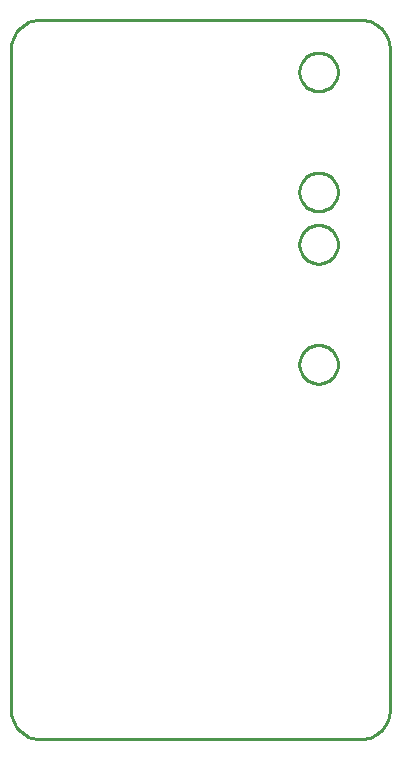
<source format=gbr>
G04 EAGLE Gerber RS-274X export*
G75*
%MOIN*%
%FSLAX34Y34*%
%LPD*%
%IN*%
%IPPOS*%
%AMOC8*
5,1,8,0,0,1.08239X$1,22.5*%
G01*
%ADD10C,0.010000*%


D10*
X21250Y9000D02*
X21254Y8913D01*
X21265Y8826D01*
X21284Y8741D01*
X21310Y8658D01*
X21344Y8577D01*
X21384Y8500D01*
X21431Y8426D01*
X21484Y8357D01*
X21543Y8293D01*
X21607Y8234D01*
X21676Y8181D01*
X21750Y8134D01*
X21827Y8094D01*
X21908Y8060D01*
X21991Y8034D01*
X22076Y8015D01*
X22163Y8004D01*
X22250Y8000D01*
X32870Y8000D01*
X32957Y8004D01*
X33044Y8015D01*
X33129Y8034D01*
X33212Y8060D01*
X33293Y8094D01*
X33370Y8134D01*
X33444Y8181D01*
X33513Y8234D01*
X33577Y8293D01*
X33636Y8357D01*
X33689Y8426D01*
X33736Y8500D01*
X33776Y8577D01*
X33810Y8658D01*
X33836Y8741D01*
X33855Y8826D01*
X33866Y8913D01*
X33870Y9000D01*
X33870Y30996D01*
X33866Y31083D01*
X33855Y31170D01*
X33836Y31255D01*
X33810Y31338D01*
X33776Y31419D01*
X33736Y31496D01*
X33689Y31570D01*
X33636Y31639D01*
X33577Y31703D01*
X33513Y31762D01*
X33444Y31815D01*
X33370Y31862D01*
X33293Y31902D01*
X33212Y31936D01*
X33129Y31962D01*
X33044Y31981D01*
X32957Y31992D01*
X32870Y31996D01*
X22250Y31996D01*
X22163Y31992D01*
X22076Y31981D01*
X21991Y31962D01*
X21908Y31936D01*
X21827Y31902D01*
X21750Y31862D01*
X21676Y31815D01*
X21607Y31762D01*
X21543Y31703D01*
X21484Y31639D01*
X21431Y31570D01*
X21384Y31496D01*
X21344Y31419D01*
X21310Y31338D01*
X21284Y31255D01*
X21265Y31170D01*
X21254Y31083D01*
X21250Y30996D01*
X21250Y9000D01*
X31521Y26890D02*
X31563Y26887D01*
X31604Y26882D01*
X31645Y26874D01*
X31686Y26863D01*
X31726Y26849D01*
X31764Y26833D01*
X31802Y26815D01*
X31838Y26794D01*
X31873Y26771D01*
X31906Y26745D01*
X31938Y26717D01*
X31967Y26688D01*
X31995Y26656D01*
X32021Y26623D01*
X32044Y26588D01*
X32065Y26552D01*
X32083Y26514D01*
X32099Y26476D01*
X32113Y26436D01*
X32124Y26395D01*
X32132Y26354D01*
X32137Y26313D01*
X32140Y26271D01*
X32140Y26229D01*
X32137Y26187D01*
X32132Y26146D01*
X32124Y26105D01*
X32113Y26064D01*
X32099Y26024D01*
X32083Y25986D01*
X32065Y25948D01*
X32044Y25912D01*
X32021Y25877D01*
X31995Y25844D01*
X31967Y25812D01*
X31938Y25783D01*
X31906Y25755D01*
X31873Y25729D01*
X31838Y25706D01*
X31802Y25685D01*
X31764Y25667D01*
X31726Y25651D01*
X31686Y25637D01*
X31645Y25626D01*
X31604Y25618D01*
X31563Y25613D01*
X31521Y25610D01*
X31479Y25610D01*
X31437Y25613D01*
X31396Y25618D01*
X31355Y25626D01*
X31314Y25637D01*
X31274Y25651D01*
X31236Y25667D01*
X31198Y25685D01*
X31162Y25706D01*
X31127Y25729D01*
X31094Y25755D01*
X31062Y25783D01*
X31033Y25812D01*
X31005Y25844D01*
X30979Y25877D01*
X30956Y25912D01*
X30935Y25948D01*
X30917Y25986D01*
X30901Y26024D01*
X30887Y26064D01*
X30876Y26105D01*
X30868Y26146D01*
X30863Y26187D01*
X30860Y26229D01*
X30860Y26271D01*
X30863Y26313D01*
X30868Y26354D01*
X30876Y26395D01*
X30887Y26436D01*
X30901Y26476D01*
X30917Y26514D01*
X30935Y26552D01*
X30956Y26588D01*
X30979Y26623D01*
X31005Y26656D01*
X31033Y26688D01*
X31062Y26717D01*
X31094Y26745D01*
X31127Y26771D01*
X31162Y26794D01*
X31198Y26815D01*
X31236Y26833D01*
X31274Y26849D01*
X31314Y26863D01*
X31355Y26874D01*
X31396Y26882D01*
X31437Y26887D01*
X31479Y26890D01*
X31521Y26890D01*
X31521Y30890D02*
X31563Y30887D01*
X31604Y30882D01*
X31645Y30874D01*
X31686Y30863D01*
X31726Y30849D01*
X31764Y30833D01*
X31802Y30815D01*
X31838Y30794D01*
X31873Y30771D01*
X31906Y30745D01*
X31938Y30717D01*
X31967Y30688D01*
X31995Y30656D01*
X32021Y30623D01*
X32044Y30588D01*
X32065Y30552D01*
X32083Y30514D01*
X32099Y30476D01*
X32113Y30436D01*
X32124Y30395D01*
X32132Y30354D01*
X32137Y30313D01*
X32140Y30271D01*
X32140Y30229D01*
X32137Y30187D01*
X32132Y30146D01*
X32124Y30105D01*
X32113Y30064D01*
X32099Y30024D01*
X32083Y29986D01*
X32065Y29948D01*
X32044Y29912D01*
X32021Y29877D01*
X31995Y29844D01*
X31967Y29812D01*
X31938Y29783D01*
X31906Y29755D01*
X31873Y29729D01*
X31838Y29706D01*
X31802Y29685D01*
X31764Y29667D01*
X31726Y29651D01*
X31686Y29637D01*
X31645Y29626D01*
X31604Y29618D01*
X31563Y29613D01*
X31521Y29610D01*
X31479Y29610D01*
X31437Y29613D01*
X31396Y29618D01*
X31355Y29626D01*
X31314Y29637D01*
X31274Y29651D01*
X31236Y29667D01*
X31198Y29685D01*
X31162Y29706D01*
X31127Y29729D01*
X31094Y29755D01*
X31062Y29783D01*
X31033Y29812D01*
X31005Y29844D01*
X30979Y29877D01*
X30956Y29912D01*
X30935Y29948D01*
X30917Y29986D01*
X30901Y30024D01*
X30887Y30064D01*
X30876Y30105D01*
X30868Y30146D01*
X30863Y30187D01*
X30860Y30229D01*
X30860Y30271D01*
X30863Y30313D01*
X30868Y30354D01*
X30876Y30395D01*
X30887Y30436D01*
X30901Y30476D01*
X30917Y30514D01*
X30935Y30552D01*
X30956Y30588D01*
X30979Y30623D01*
X31005Y30656D01*
X31033Y30688D01*
X31062Y30717D01*
X31094Y30745D01*
X31127Y30771D01*
X31162Y30794D01*
X31198Y30815D01*
X31236Y30833D01*
X31274Y30849D01*
X31314Y30863D01*
X31355Y30874D01*
X31396Y30882D01*
X31437Y30887D01*
X31479Y30890D01*
X31521Y30890D01*
X31521Y21140D02*
X31563Y21137D01*
X31604Y21132D01*
X31645Y21124D01*
X31686Y21113D01*
X31726Y21099D01*
X31764Y21083D01*
X31802Y21065D01*
X31838Y21044D01*
X31873Y21021D01*
X31906Y20995D01*
X31938Y20967D01*
X31967Y20938D01*
X31995Y20906D01*
X32021Y20873D01*
X32044Y20838D01*
X32065Y20802D01*
X32083Y20764D01*
X32099Y20726D01*
X32113Y20686D01*
X32124Y20645D01*
X32132Y20604D01*
X32137Y20563D01*
X32140Y20521D01*
X32140Y20479D01*
X32137Y20437D01*
X32132Y20396D01*
X32124Y20355D01*
X32113Y20314D01*
X32099Y20274D01*
X32083Y20236D01*
X32065Y20198D01*
X32044Y20162D01*
X32021Y20127D01*
X31995Y20094D01*
X31967Y20062D01*
X31938Y20033D01*
X31906Y20005D01*
X31873Y19979D01*
X31838Y19956D01*
X31802Y19935D01*
X31764Y19917D01*
X31726Y19901D01*
X31686Y19887D01*
X31645Y19876D01*
X31604Y19868D01*
X31563Y19863D01*
X31521Y19860D01*
X31479Y19860D01*
X31437Y19863D01*
X31396Y19868D01*
X31355Y19876D01*
X31314Y19887D01*
X31274Y19901D01*
X31236Y19917D01*
X31198Y19935D01*
X31162Y19956D01*
X31127Y19979D01*
X31094Y20005D01*
X31062Y20033D01*
X31033Y20062D01*
X31005Y20094D01*
X30979Y20127D01*
X30956Y20162D01*
X30935Y20198D01*
X30917Y20236D01*
X30901Y20274D01*
X30887Y20314D01*
X30876Y20355D01*
X30868Y20396D01*
X30863Y20437D01*
X30860Y20479D01*
X30860Y20521D01*
X30863Y20563D01*
X30868Y20604D01*
X30876Y20645D01*
X30887Y20686D01*
X30901Y20726D01*
X30917Y20764D01*
X30935Y20802D01*
X30956Y20838D01*
X30979Y20873D01*
X31005Y20906D01*
X31033Y20938D01*
X31062Y20967D01*
X31094Y20995D01*
X31127Y21021D01*
X31162Y21044D01*
X31198Y21065D01*
X31236Y21083D01*
X31274Y21099D01*
X31314Y21113D01*
X31355Y21124D01*
X31396Y21132D01*
X31437Y21137D01*
X31479Y21140D01*
X31521Y21140D01*
X31521Y25140D02*
X31563Y25137D01*
X31604Y25132D01*
X31645Y25124D01*
X31686Y25113D01*
X31726Y25099D01*
X31764Y25083D01*
X31802Y25065D01*
X31838Y25044D01*
X31873Y25021D01*
X31906Y24995D01*
X31938Y24967D01*
X31967Y24938D01*
X31995Y24906D01*
X32021Y24873D01*
X32044Y24838D01*
X32065Y24802D01*
X32083Y24764D01*
X32099Y24726D01*
X32113Y24686D01*
X32124Y24645D01*
X32132Y24604D01*
X32137Y24563D01*
X32140Y24521D01*
X32140Y24479D01*
X32137Y24437D01*
X32132Y24396D01*
X32124Y24355D01*
X32113Y24314D01*
X32099Y24274D01*
X32083Y24236D01*
X32065Y24198D01*
X32044Y24162D01*
X32021Y24127D01*
X31995Y24094D01*
X31967Y24062D01*
X31938Y24033D01*
X31906Y24005D01*
X31873Y23979D01*
X31838Y23956D01*
X31802Y23935D01*
X31764Y23917D01*
X31726Y23901D01*
X31686Y23887D01*
X31645Y23876D01*
X31604Y23868D01*
X31563Y23863D01*
X31521Y23860D01*
X31479Y23860D01*
X31437Y23863D01*
X31396Y23868D01*
X31355Y23876D01*
X31314Y23887D01*
X31274Y23901D01*
X31236Y23917D01*
X31198Y23935D01*
X31162Y23956D01*
X31127Y23979D01*
X31094Y24005D01*
X31062Y24033D01*
X31033Y24062D01*
X31005Y24094D01*
X30979Y24127D01*
X30956Y24162D01*
X30935Y24198D01*
X30917Y24236D01*
X30901Y24274D01*
X30887Y24314D01*
X30876Y24355D01*
X30868Y24396D01*
X30863Y24437D01*
X30860Y24479D01*
X30860Y24521D01*
X30863Y24563D01*
X30868Y24604D01*
X30876Y24645D01*
X30887Y24686D01*
X30901Y24726D01*
X30917Y24764D01*
X30935Y24802D01*
X30956Y24838D01*
X30979Y24873D01*
X31005Y24906D01*
X31033Y24938D01*
X31062Y24967D01*
X31094Y24995D01*
X31127Y25021D01*
X31162Y25044D01*
X31198Y25065D01*
X31236Y25083D01*
X31274Y25099D01*
X31314Y25113D01*
X31355Y25124D01*
X31396Y25132D01*
X31437Y25137D01*
X31479Y25140D01*
X31521Y25140D01*
M02*

</source>
